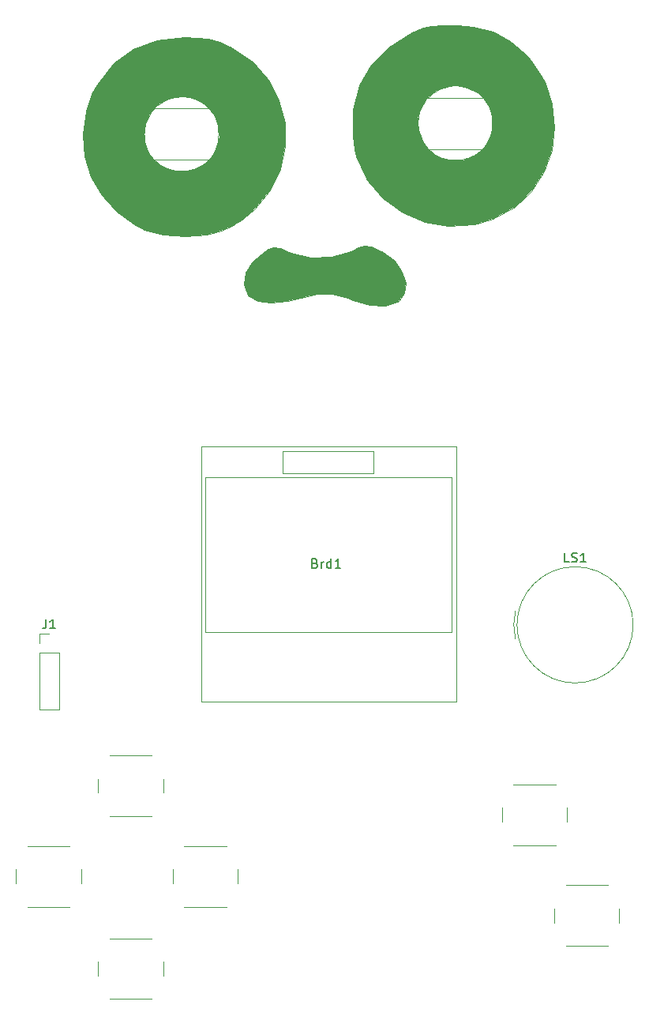
<source format=gbr>
G04 #@! TF.GenerationSoftware,KiCad,Pcbnew,8.0.5-8.0.5-0~ubuntu24.04.1*
G04 #@! TF.CreationDate,2024-10-08T07:55:42+09:00*
G04 #@! TF.ProjectId,gopher2_rp2040_sw,676f7068-6572-4325-9f72-70323034305f,rev?*
G04 #@! TF.SameCoordinates,Original*
G04 #@! TF.FileFunction,Legend,Top*
G04 #@! TF.FilePolarity,Positive*
%FSLAX46Y46*%
G04 Gerber Fmt 4.6, Leading zero omitted, Abs format (unit mm)*
G04 Created by KiCad (PCBNEW 8.0.5-8.0.5-0~ubuntu24.04.1) date 2024-10-08 07:55:42*
%MOMM*%
%LPD*%
G01*
G04 APERTURE LIST*
%ADD10C,0.150000*%
%ADD11C,0.120000*%
%ADD12C,0.100000*%
G04 APERTURE END LIST*
D10*
X112033333Y-108885009D02*
X112176190Y-108932628D01*
X112176190Y-108932628D02*
X112223809Y-108980247D01*
X112223809Y-108980247D02*
X112271428Y-109075485D01*
X112271428Y-109075485D02*
X112271428Y-109218342D01*
X112271428Y-109218342D02*
X112223809Y-109313580D01*
X112223809Y-109313580D02*
X112176190Y-109361200D01*
X112176190Y-109361200D02*
X112080952Y-109408819D01*
X112080952Y-109408819D02*
X111700000Y-109408819D01*
X111700000Y-109408819D02*
X111700000Y-108408819D01*
X111700000Y-108408819D02*
X112033333Y-108408819D01*
X112033333Y-108408819D02*
X112128571Y-108456438D01*
X112128571Y-108456438D02*
X112176190Y-108504057D01*
X112176190Y-108504057D02*
X112223809Y-108599295D01*
X112223809Y-108599295D02*
X112223809Y-108694533D01*
X112223809Y-108694533D02*
X112176190Y-108789771D01*
X112176190Y-108789771D02*
X112128571Y-108837390D01*
X112128571Y-108837390D02*
X112033333Y-108885009D01*
X112033333Y-108885009D02*
X111700000Y-108885009D01*
X112700000Y-109408819D02*
X112700000Y-108742152D01*
X112700000Y-108932628D02*
X112747619Y-108837390D01*
X112747619Y-108837390D02*
X112795238Y-108789771D01*
X112795238Y-108789771D02*
X112890476Y-108742152D01*
X112890476Y-108742152D02*
X112985714Y-108742152D01*
X113747619Y-109408819D02*
X113747619Y-108408819D01*
X113747619Y-109361200D02*
X113652381Y-109408819D01*
X113652381Y-109408819D02*
X113461905Y-109408819D01*
X113461905Y-109408819D02*
X113366667Y-109361200D01*
X113366667Y-109361200D02*
X113319048Y-109313580D01*
X113319048Y-109313580D02*
X113271429Y-109218342D01*
X113271429Y-109218342D02*
X113271429Y-108932628D01*
X113271429Y-108932628D02*
X113319048Y-108837390D01*
X113319048Y-108837390D02*
X113366667Y-108789771D01*
X113366667Y-108789771D02*
X113461905Y-108742152D01*
X113461905Y-108742152D02*
X113652381Y-108742152D01*
X113652381Y-108742152D02*
X113747619Y-108789771D01*
X114747619Y-109408819D02*
X114176191Y-109408819D01*
X114461905Y-109408819D02*
X114461905Y-108408819D01*
X114461905Y-108408819D02*
X114366667Y-108551676D01*
X114366667Y-108551676D02*
X114271429Y-108646914D01*
X114271429Y-108646914D02*
X114176191Y-108694533D01*
X83166666Y-114894819D02*
X83166666Y-115609104D01*
X83166666Y-115609104D02*
X83119047Y-115751961D01*
X83119047Y-115751961D02*
X83023809Y-115847200D01*
X83023809Y-115847200D02*
X82880952Y-115894819D01*
X82880952Y-115894819D02*
X82785714Y-115894819D01*
X84166666Y-115894819D02*
X83595238Y-115894819D01*
X83880952Y-115894819D02*
X83880952Y-114894819D01*
X83880952Y-114894819D02*
X83785714Y-115037676D01*
X83785714Y-115037676D02*
X83690476Y-115132914D01*
X83690476Y-115132914D02*
X83595238Y-115180533D01*
X139257142Y-108784819D02*
X138780952Y-108784819D01*
X138780952Y-108784819D02*
X138780952Y-107784819D01*
X139542857Y-108737200D02*
X139685714Y-108784819D01*
X139685714Y-108784819D02*
X139923809Y-108784819D01*
X139923809Y-108784819D02*
X140019047Y-108737200D01*
X140019047Y-108737200D02*
X140066666Y-108689580D01*
X140066666Y-108689580D02*
X140114285Y-108594342D01*
X140114285Y-108594342D02*
X140114285Y-108499104D01*
X140114285Y-108499104D02*
X140066666Y-108403866D01*
X140066666Y-108403866D02*
X140019047Y-108356247D01*
X140019047Y-108356247D02*
X139923809Y-108308628D01*
X139923809Y-108308628D02*
X139733333Y-108261009D01*
X139733333Y-108261009D02*
X139638095Y-108213390D01*
X139638095Y-108213390D02*
X139590476Y-108165771D01*
X139590476Y-108165771D02*
X139542857Y-108070533D01*
X139542857Y-108070533D02*
X139542857Y-107975295D01*
X139542857Y-107975295D02*
X139590476Y-107880057D01*
X139590476Y-107880057D02*
X139638095Y-107832438D01*
X139638095Y-107832438D02*
X139733333Y-107784819D01*
X139733333Y-107784819D02*
X139971428Y-107784819D01*
X139971428Y-107784819D02*
X140114285Y-107832438D01*
X141066666Y-108784819D02*
X140495238Y-108784819D01*
X140780952Y-108784819D02*
X140780952Y-107784819D01*
X140780952Y-107784819D02*
X140685714Y-107927676D01*
X140685714Y-107927676D02*
X140590476Y-108022914D01*
X140590476Y-108022914D02*
X140495238Y-108070533D01*
D11*
X94100000Y-60150000D02*
X101400000Y-60150000D01*
X94100000Y-65650000D02*
X101400000Y-65650000D01*
X101400000Y-65650000D02*
X101400000Y-64500000D01*
X123400000Y-59050000D02*
X130700000Y-59050000D01*
X123400000Y-64550000D02*
X130700000Y-64550000D01*
X130700000Y-64550000D02*
X130700000Y-63400000D01*
X99800000Y-96400000D02*
X127200000Y-96400000D01*
X99800000Y-123700000D02*
X99800000Y-96400000D01*
X100222000Y-99695000D02*
X123322000Y-99695000D01*
X100222000Y-116295000D02*
X100222000Y-99695000D01*
X108501000Y-96889000D02*
X108501000Y-99302000D01*
X108501000Y-96889000D02*
X118280000Y-96889000D01*
X118280000Y-96889000D02*
X118280000Y-99302000D01*
X118280000Y-99302000D02*
X108501000Y-99302000D01*
X123322000Y-99695000D02*
X126408000Y-99695000D01*
X123322000Y-116295000D02*
X100222000Y-116295000D01*
X123322000Y-116295000D02*
X126662000Y-116320000D01*
X126662000Y-99683000D02*
X126408000Y-99695000D01*
X126662000Y-116320000D02*
X126662000Y-99683000D01*
X127200000Y-96400000D02*
X127200000Y-123700000D01*
X127200000Y-123700000D02*
X99800000Y-123700000D01*
X132050000Y-135100000D02*
X132050000Y-136600000D01*
X133300000Y-139100000D02*
X137800000Y-139100000D01*
X137800000Y-132600000D02*
X133300000Y-132600000D01*
X139050000Y-136600000D02*
X139050000Y-135100000D01*
X79950000Y-141700000D02*
X79950000Y-143200000D01*
X81200000Y-145700000D02*
X85700000Y-145700000D01*
X85700000Y-139200000D02*
X81200000Y-139200000D01*
X86950000Y-143200000D02*
X86950000Y-141700000D01*
X88750000Y-151600000D02*
X88750000Y-153100000D01*
X90000000Y-155600000D02*
X94500000Y-155600000D01*
X94500000Y-149100000D02*
X90000000Y-149100000D01*
X95750000Y-153100000D02*
X95750000Y-151600000D01*
X101700000Y-62910000D02*
G75*
G02*
X93713288Y-62910000I-3993356J0D01*
G01*
X93713288Y-62910000D02*
G75*
G02*
X101700000Y-62910000I3993356J0D01*
G01*
X131060000Y-61740000D02*
G75*
G02*
X123073288Y-61740000I-3993356J0D01*
G01*
X123073288Y-61740000D02*
G75*
G02*
X131060000Y-61740000I3993356J0D01*
G01*
D12*
X104990000Y-71440000D02*
X104480000Y-71860000D01*
X104050000Y-72150000D01*
X103270000Y-72630000D01*
X103590000Y-72320000D01*
X105460000Y-70990000D01*
X104990000Y-71440000D01*
G36*
X104990000Y-71440000D02*
G01*
X104480000Y-71860000D01*
X104050000Y-72150000D01*
X103270000Y-72630000D01*
X103590000Y-72320000D01*
X105460000Y-70990000D01*
X104990000Y-71440000D01*
G37*
X127360000Y-51290000D02*
X128960000Y-51450000D01*
X131130000Y-51970000D01*
X132960000Y-52940000D01*
X134600000Y-54370000D01*
X135200000Y-55030000D01*
X136610000Y-57250000D01*
X137450000Y-59670000D01*
X131080000Y-61560000D01*
X131010000Y-60930000D01*
X130650000Y-59870000D01*
X130080000Y-59050000D01*
X129440000Y-58470000D01*
X128310000Y-57920000D01*
X127440000Y-57730000D01*
X126660000Y-57730000D01*
X126120000Y-57820000D01*
X125460000Y-58040000D01*
X125050000Y-58260000D01*
X124600000Y-58570000D01*
X124250000Y-58860000D01*
X123990000Y-59130000D01*
X123660000Y-59590000D01*
X116720000Y-57720000D01*
X118030000Y-55450000D01*
X119880000Y-53590000D01*
X122440000Y-52050000D01*
X123600000Y-51550000D01*
X124580000Y-51300000D01*
X125760000Y-51230000D01*
X127360000Y-51290000D01*
G36*
X127360000Y-51290000D02*
G01*
X128960000Y-51450000D01*
X131130000Y-51970000D01*
X132960000Y-52940000D01*
X134600000Y-54370000D01*
X135200000Y-55030000D01*
X136610000Y-57250000D01*
X137450000Y-59670000D01*
X131080000Y-61560000D01*
X131010000Y-60930000D01*
X130650000Y-59870000D01*
X130080000Y-59050000D01*
X129440000Y-58470000D01*
X128310000Y-57920000D01*
X127440000Y-57730000D01*
X126660000Y-57730000D01*
X126120000Y-57820000D01*
X125460000Y-58040000D01*
X125050000Y-58260000D01*
X124600000Y-58570000D01*
X124250000Y-58860000D01*
X123990000Y-59130000D01*
X123660000Y-59590000D01*
X116720000Y-57720000D01*
X118030000Y-55450000D01*
X119880000Y-53590000D01*
X122440000Y-52050000D01*
X123600000Y-51550000D01*
X124580000Y-51300000D01*
X125760000Y-51230000D01*
X127360000Y-51290000D01*
G37*
X100570000Y-52680000D02*
X101730000Y-52990000D01*
X103030000Y-53600000D01*
X105300000Y-55120000D01*
X107010000Y-57090000D01*
X108140000Y-59280000D01*
X108770000Y-61680000D01*
X101700000Y-62910000D01*
X101580000Y-61740000D01*
X101220000Y-60930000D01*
X100710000Y-60210000D01*
X100070000Y-59650000D01*
X99350000Y-59230000D01*
X98550000Y-58960000D01*
X97780000Y-58880000D01*
X96920000Y-58960000D01*
X96330000Y-59140000D01*
X95750000Y-59390000D01*
X95380000Y-59620000D01*
X95000000Y-59910000D01*
X94510000Y-60460000D01*
X94210000Y-60910000D01*
X93890000Y-61590000D01*
X93810000Y-61780000D01*
X87460000Y-60510000D01*
X88180000Y-58450000D01*
X88710000Y-57500000D01*
X90440000Y-55310000D01*
X92560000Y-53780000D01*
X95080000Y-52830000D01*
X98030000Y-52520000D01*
X100570000Y-52680000D01*
G36*
X100570000Y-52680000D02*
G01*
X101730000Y-52990000D01*
X103030000Y-53600000D01*
X105300000Y-55120000D01*
X107010000Y-57090000D01*
X108140000Y-59280000D01*
X108770000Y-61680000D01*
X101700000Y-62910000D01*
X101580000Y-61740000D01*
X101220000Y-60930000D01*
X100710000Y-60210000D01*
X100070000Y-59650000D01*
X99350000Y-59230000D01*
X98550000Y-58960000D01*
X97780000Y-58880000D01*
X96920000Y-58960000D01*
X96330000Y-59140000D01*
X95750000Y-59390000D01*
X95380000Y-59620000D01*
X95000000Y-59910000D01*
X94510000Y-60460000D01*
X94210000Y-60910000D01*
X93890000Y-61590000D01*
X93810000Y-61780000D01*
X87460000Y-60510000D01*
X88180000Y-58450000D01*
X88710000Y-57500000D01*
X90440000Y-55310000D01*
X92560000Y-53780000D01*
X95080000Y-52830000D01*
X98030000Y-52520000D01*
X100570000Y-52680000D01*
G37*
X118030000Y-74940000D02*
X119330000Y-75540000D01*
X120530000Y-76500000D01*
X121360000Y-77680000D01*
X121710000Y-78870000D01*
X121590000Y-79970000D01*
X120960000Y-80820000D01*
X120840000Y-80900000D01*
X119530000Y-81320000D01*
X117860000Y-81230000D01*
X116120000Y-80690000D01*
X115560000Y-80480000D01*
X113890000Y-80010000D01*
X112280000Y-80020000D01*
X109040000Y-80800000D01*
X107250000Y-81010000D01*
X105860000Y-80840000D01*
X104980000Y-80330000D01*
X104850000Y-80180000D01*
X104410000Y-79050000D01*
X104600000Y-77780000D01*
X105360000Y-76550000D01*
X106280000Y-75770000D01*
X106640000Y-75460000D01*
X107060000Y-75210000D01*
X107620000Y-75010000D01*
X108280000Y-75090000D01*
X109360000Y-75610000D01*
X111560000Y-76180000D01*
X113780000Y-76090000D01*
X115910000Y-75440000D01*
X116690000Y-75060000D01*
X117350000Y-74870000D01*
X118030000Y-74940000D01*
G36*
X118030000Y-74940000D02*
G01*
X119330000Y-75540000D01*
X120530000Y-76500000D01*
X121360000Y-77680000D01*
X121710000Y-78870000D01*
X121590000Y-79970000D01*
X120960000Y-80820000D01*
X120840000Y-80900000D01*
X119530000Y-81320000D01*
X117860000Y-81230000D01*
X116120000Y-80690000D01*
X115560000Y-80480000D01*
X113890000Y-80010000D01*
X112280000Y-80020000D01*
X109040000Y-80800000D01*
X107250000Y-81010000D01*
X105860000Y-80840000D01*
X104980000Y-80330000D01*
X104850000Y-80180000D01*
X104410000Y-79050000D01*
X104600000Y-77780000D01*
X105360000Y-76550000D01*
X106280000Y-75770000D01*
X106640000Y-75460000D01*
X107060000Y-75210000D01*
X107620000Y-75010000D01*
X108280000Y-75090000D01*
X109360000Y-75610000D01*
X111560000Y-76180000D01*
X113780000Y-76090000D01*
X115910000Y-75440000D01*
X116690000Y-75060000D01*
X117350000Y-74870000D01*
X118030000Y-74940000D01*
G37*
X93810000Y-61780000D02*
X93660000Y-63110000D01*
X93850000Y-64120000D01*
X94270000Y-65080000D01*
X94770000Y-65660000D01*
X95440000Y-66260000D01*
X96360000Y-66700000D01*
X97180000Y-66910000D01*
X98080000Y-66900000D01*
X98990000Y-66740000D01*
X99850000Y-66330000D01*
X100520000Y-65790000D01*
X101060000Y-65100000D01*
X101520000Y-64220000D01*
X101730000Y-63190000D01*
X101700000Y-62910000D01*
X108770000Y-61680000D01*
X108810000Y-64200000D01*
X108270000Y-66680000D01*
X107100000Y-69030000D01*
X105460000Y-70990000D01*
X103110000Y-72740000D01*
X101930000Y-73300000D01*
X100430000Y-73680000D01*
X98120000Y-73870000D01*
X95760000Y-73690000D01*
X93690000Y-73150000D01*
X92640000Y-72630000D01*
X90760000Y-71210000D01*
X89160000Y-69460000D01*
X87930000Y-67490000D01*
X87310000Y-65320000D01*
X87150000Y-62930000D01*
X87460000Y-60510000D01*
X93810000Y-61780000D01*
G36*
X93810000Y-61780000D02*
G01*
X93660000Y-63110000D01*
X93850000Y-64120000D01*
X94270000Y-65080000D01*
X94770000Y-65660000D01*
X95440000Y-66260000D01*
X96360000Y-66700000D01*
X97180000Y-66910000D01*
X98080000Y-66900000D01*
X98990000Y-66740000D01*
X99850000Y-66330000D01*
X100520000Y-65790000D01*
X101060000Y-65100000D01*
X101520000Y-64220000D01*
X101730000Y-63190000D01*
X101700000Y-62910000D01*
X108770000Y-61680000D01*
X108810000Y-64200000D01*
X108270000Y-66680000D01*
X107100000Y-69030000D01*
X105460000Y-70990000D01*
X103110000Y-72740000D01*
X101930000Y-73300000D01*
X100430000Y-73680000D01*
X98120000Y-73870000D01*
X95760000Y-73690000D01*
X93690000Y-73150000D01*
X92640000Y-72630000D01*
X90760000Y-71210000D01*
X89160000Y-69460000D01*
X87930000Y-67490000D01*
X87310000Y-65320000D01*
X87150000Y-62930000D01*
X87460000Y-60510000D01*
X93810000Y-61780000D01*
G37*
X123660000Y-59590000D02*
X123280000Y-60330000D01*
X123060000Y-61250000D01*
X123040000Y-62080000D01*
X123150000Y-62710000D01*
X123600000Y-63800000D01*
X124130000Y-64480000D01*
X124920000Y-65170000D01*
X126000000Y-65640000D01*
X126960000Y-65770000D01*
X127820000Y-65710000D01*
X128440000Y-65530000D01*
X129030000Y-65230000D01*
X129620000Y-64840000D01*
X130130000Y-64370000D01*
X130490000Y-63820000D01*
X130900000Y-62980000D01*
X131050000Y-62140000D01*
X131080000Y-61560000D01*
X137450000Y-59670000D01*
X137700000Y-62170000D01*
X137400000Y-64640000D01*
X136570000Y-66950000D01*
X135220000Y-69020000D01*
X133400000Y-70750000D01*
X131100000Y-71990000D01*
X129080000Y-72550000D01*
X126360000Y-72740000D01*
X123750000Y-72310000D01*
X121390000Y-71310000D01*
X119280000Y-69780000D01*
X117600000Y-67810000D01*
X116440000Y-65350000D01*
X116250000Y-64550000D01*
X116110000Y-63120000D01*
X116050000Y-61650000D01*
X116060000Y-60310000D01*
X116720000Y-57720000D01*
X123660000Y-59590000D01*
G36*
X123660000Y-59590000D02*
G01*
X123280000Y-60330000D01*
X123060000Y-61250000D01*
X123040000Y-62080000D01*
X123150000Y-62710000D01*
X123600000Y-63800000D01*
X124130000Y-64480000D01*
X124920000Y-65170000D01*
X126000000Y-65640000D01*
X126960000Y-65770000D01*
X127820000Y-65710000D01*
X128440000Y-65530000D01*
X129030000Y-65230000D01*
X129620000Y-64840000D01*
X130130000Y-64370000D01*
X130490000Y-63820000D01*
X130900000Y-62980000D01*
X131050000Y-62140000D01*
X131080000Y-61560000D01*
X137450000Y-59670000D01*
X137700000Y-62170000D01*
X137400000Y-64640000D01*
X136570000Y-66950000D01*
X135220000Y-69020000D01*
X133400000Y-70750000D01*
X131100000Y-71990000D01*
X129080000Y-72550000D01*
X126360000Y-72740000D01*
X123750000Y-72310000D01*
X121390000Y-71310000D01*
X119280000Y-69780000D01*
X117600000Y-67810000D01*
X116440000Y-65350000D01*
X116250000Y-64550000D01*
X116110000Y-63120000D01*
X116050000Y-61650000D01*
X116060000Y-60310000D01*
X116720000Y-57720000D01*
X123660000Y-59590000D01*
G37*
D11*
X82440000Y-116440000D02*
X83500000Y-116440000D01*
X82440000Y-117500000D02*
X82440000Y-116440000D01*
X82440000Y-118500000D02*
X82440000Y-124560000D01*
X82440000Y-118500000D02*
X84560000Y-118500000D01*
X82440000Y-124560000D02*
X84560000Y-124560000D01*
X84560000Y-118500000D02*
X84560000Y-124560000D01*
X88750000Y-132000000D02*
X88750000Y-133500000D01*
X90000000Y-136000000D02*
X94500000Y-136000000D01*
X94500000Y-129500000D02*
X90000000Y-129500000D01*
X95750000Y-133500000D02*
X95750000Y-132000000D01*
X96750000Y-141700000D02*
X96750000Y-143200000D01*
X98000000Y-145700000D02*
X102500000Y-145700000D01*
X102500000Y-139200000D02*
X98000000Y-139200000D01*
X103750000Y-143200000D02*
X103750000Y-141700000D01*
X137650000Y-145900000D02*
X137650000Y-147400000D01*
X138900000Y-149900000D02*
X143400000Y-149900000D01*
X143400000Y-143400000D02*
X138900000Y-143400000D01*
X144650000Y-147400000D02*
X144650000Y-145900000D01*
X133500000Y-116999999D02*
G75*
G02*
X133500000Y-114000000I6400000J1499999D01*
G01*
X146130000Y-115500000D02*
G75*
G02*
X133670000Y-115500000I-6230000J0D01*
G01*
X133670000Y-115500000D02*
G75*
G02*
X146130000Y-115500000I6230000J0D01*
G01*
M02*

</source>
